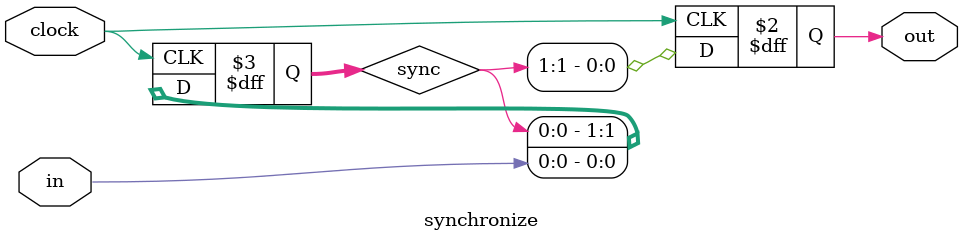
<source format=sv>
`timescale 1ns / 1ps
`default_nettype none

module synchronize #(parameter NSYNC = 3)  // number of sync flops.  must be >= 2
                   (input wire clock, in,
                    output reg out);

  reg [NSYNC-2:0] sync;

  always_ff @ (posedge clock)
  begin
    {out,sync} <= {sync[NSYNC-2:0],in};
  end
endmodule
</source>
